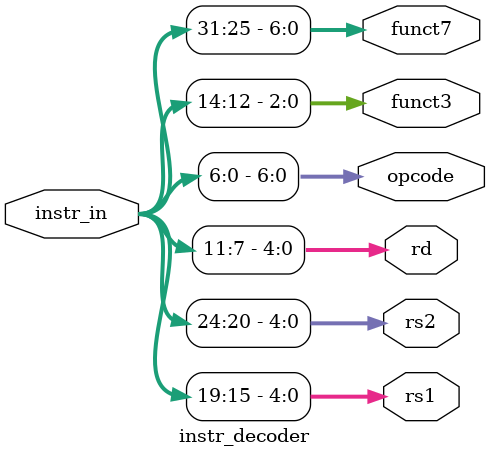
<source format=v>
module instr_decoder(
    // Register fields
    output [4:0] rs1,
    output [4:0] rs2,
    output [4:0] rd,
    // Operation fields
    output [6:0] opcode,
    output [2:0] funct3,
    output [6:0] funct7,
    // Input instruction
    input [31:0] instr_in
);

// Extract fields directly
assign opcode = instr_in[6:0];
assign rd     = instr_in[11:7];
assign funct3 = instr_in[14:12];
assign rs1    = instr_in[19:15];
assign rs2    = instr_in[24:20];
assign funct7 = instr_in[31:25];

endmodule
</source>
